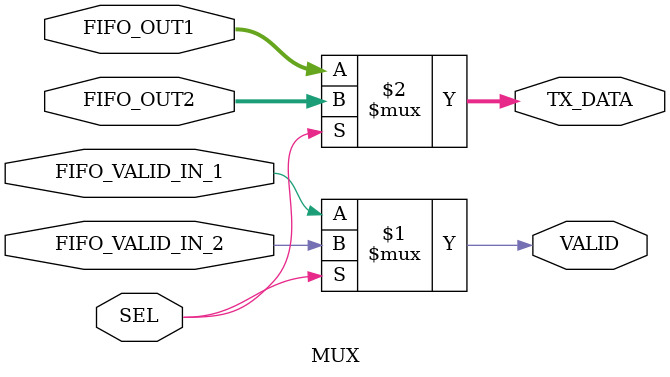
<source format=v>
module MUX (
    input   SEL
    ,input  FIFO_VALID_IN_1
    ,input  FIFO_VALID_IN_2
    ,input [7:0]FIFO_OUT1
    ,input [7:0]FIFO_OUT2
    ,output VALID
    ,output [7:0]TX_DATA
);
assign VALID = SEL?FIFO_VALID_IN_2:FIFO_VALID_IN_1;
assign TX_DATA = SEL?FIFO_OUT2:FIFO_OUT1;
endmodule
</source>
